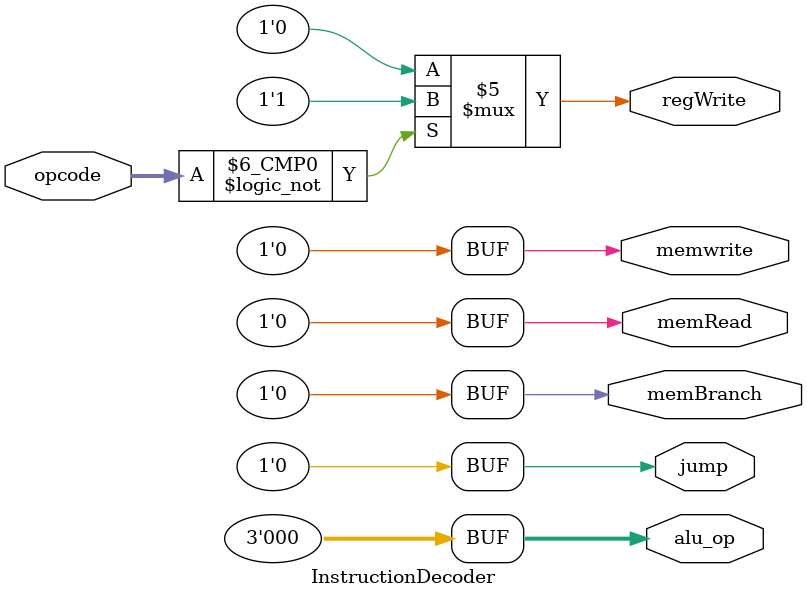
<source format=v>
module InstructionDecoder(
    input wire [7:0] opcode,
    output reg regWrite,
    output reg [2:0] alu_op,
    output reg memwrite, memRead, memBranch, jump
);

always @* begin
    regWrite = 0;
    alu_op = 3'b000;
    memwrite = 0;
    memRead = 0;
    jump = 0;
    memBranch = 0;

    case (opcode) 
        8'b00000000 : begin
            regWrite = 1;
            alu_op = 3'b000;
        end
        // more cases for opcodes to writteen.
        default : begin
            regWrite = 0;
            alu_op = 3'b000;
            memwrite = 0;
            memRead = 0;
            jump = 0;
            memBranch = 0;
        end
    endcase
end

endmodule
</source>
